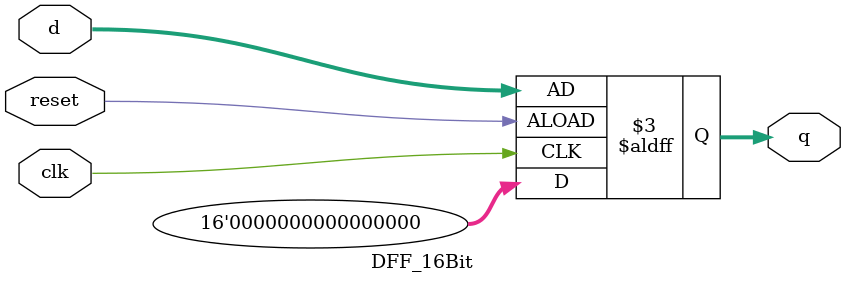
<source format=v>
module DFF_16Bit(clk, d, q, reset);
input [16:1] d;
input clk, reset;
output reg [16:1] q;

initial begin
	q <= 16'b0000000000000000;
end

always@(posedge clk or negedge reset)
	if(reset)
 		q <= 16'b0000000000000000;
	else
		q <= d;

endmodule

</source>
